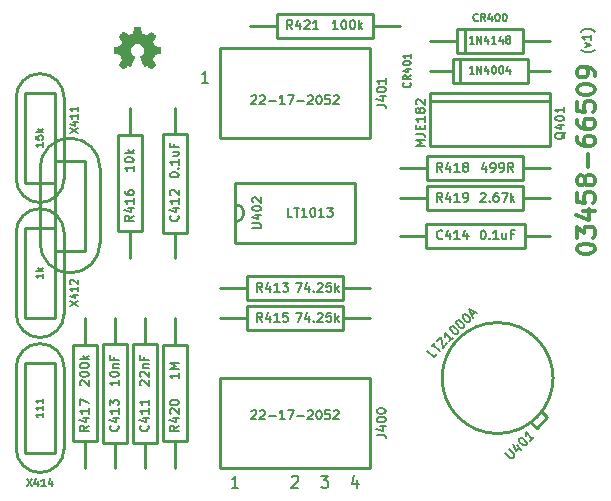
<source format=gto>
G04 (created by PCBNEW (22-Jun-2014 BZR 4027)-stable) date Sun 17 Dec 2017 02:55:52 AM CST*
%MOIN*%
G04 Gerber Fmt 3.4, Leading zero omitted, Abs format*
%FSLAX34Y34*%
G01*
G70*
G90*
G04 APERTURE LIST*
%ADD10C,0.00590551*%
%ADD11C,0.006*%
%ADD12C,0.012*%
%ADD13C,0.008*%
%ADD14C,0.01*%
%ADD15C,0.0001*%
%ADD16C,0.005*%
G04 APERTURE END LIST*
G54D10*
G54D11*
X91485Y-48299D02*
X91471Y-48314D01*
X91428Y-48342D01*
X91400Y-48357D01*
X91357Y-48371D01*
X91285Y-48385D01*
X91228Y-48385D01*
X91157Y-48371D01*
X91114Y-48357D01*
X91085Y-48342D01*
X91042Y-48314D01*
X91028Y-48299D01*
X91171Y-48214D02*
X91371Y-48142D01*
X91171Y-48071D01*
X91371Y-47800D02*
X91371Y-47971D01*
X91371Y-47885D02*
X91071Y-47885D01*
X91114Y-47914D01*
X91142Y-47942D01*
X91157Y-47971D01*
X91485Y-47700D02*
X91471Y-47685D01*
X91428Y-47657D01*
X91400Y-47642D01*
X91357Y-47628D01*
X91285Y-47614D01*
X91228Y-47614D01*
X91157Y-47628D01*
X91114Y-47642D01*
X91085Y-47657D01*
X91042Y-47685D01*
X91028Y-47700D01*
G54D12*
X90892Y-54971D02*
X90892Y-54914D01*
X90921Y-54857D01*
X90950Y-54828D01*
X91007Y-54800D01*
X91121Y-54771D01*
X91264Y-54771D01*
X91378Y-54800D01*
X91435Y-54828D01*
X91464Y-54857D01*
X91492Y-54914D01*
X91492Y-54971D01*
X91464Y-55028D01*
X91435Y-55057D01*
X91378Y-55085D01*
X91264Y-55114D01*
X91121Y-55114D01*
X91007Y-55085D01*
X90950Y-55057D01*
X90921Y-55028D01*
X90892Y-54971D01*
X90892Y-54571D02*
X90892Y-54200D01*
X91121Y-54400D01*
X91121Y-54314D01*
X91150Y-54257D01*
X91178Y-54228D01*
X91235Y-54200D01*
X91378Y-54200D01*
X91435Y-54228D01*
X91464Y-54257D01*
X91492Y-54314D01*
X91492Y-54485D01*
X91464Y-54542D01*
X91435Y-54571D01*
X91092Y-53685D02*
X91492Y-53685D01*
X90864Y-53828D02*
X91292Y-53971D01*
X91292Y-53600D01*
X90892Y-53085D02*
X90892Y-53371D01*
X91178Y-53400D01*
X91150Y-53371D01*
X91121Y-53314D01*
X91121Y-53171D01*
X91150Y-53114D01*
X91178Y-53085D01*
X91235Y-53057D01*
X91378Y-53057D01*
X91435Y-53085D01*
X91464Y-53114D01*
X91492Y-53171D01*
X91492Y-53314D01*
X91464Y-53371D01*
X91435Y-53400D01*
X91150Y-52714D02*
X91121Y-52771D01*
X91092Y-52800D01*
X91035Y-52828D01*
X91007Y-52828D01*
X90950Y-52800D01*
X90921Y-52771D01*
X90892Y-52714D01*
X90892Y-52600D01*
X90921Y-52542D01*
X90950Y-52514D01*
X91007Y-52485D01*
X91035Y-52485D01*
X91092Y-52514D01*
X91121Y-52542D01*
X91150Y-52600D01*
X91150Y-52714D01*
X91178Y-52771D01*
X91207Y-52800D01*
X91264Y-52828D01*
X91378Y-52828D01*
X91435Y-52800D01*
X91464Y-52771D01*
X91492Y-52714D01*
X91492Y-52600D01*
X91464Y-52542D01*
X91435Y-52514D01*
X91378Y-52485D01*
X91264Y-52485D01*
X91207Y-52514D01*
X91178Y-52542D01*
X91150Y-52600D01*
X91264Y-52228D02*
X91264Y-51771D01*
X90892Y-51228D02*
X90892Y-51342D01*
X90921Y-51400D01*
X90950Y-51428D01*
X91035Y-51485D01*
X91150Y-51514D01*
X91378Y-51514D01*
X91435Y-51485D01*
X91464Y-51457D01*
X91492Y-51400D01*
X91492Y-51285D01*
X91464Y-51228D01*
X91435Y-51200D01*
X91378Y-51171D01*
X91235Y-51171D01*
X91178Y-51200D01*
X91150Y-51228D01*
X91121Y-51285D01*
X91121Y-51400D01*
X91150Y-51457D01*
X91178Y-51485D01*
X91235Y-51514D01*
X90892Y-50657D02*
X90892Y-50771D01*
X90921Y-50828D01*
X90950Y-50857D01*
X91035Y-50914D01*
X91150Y-50942D01*
X91378Y-50942D01*
X91435Y-50914D01*
X91464Y-50885D01*
X91492Y-50828D01*
X91492Y-50714D01*
X91464Y-50657D01*
X91435Y-50628D01*
X91378Y-50599D01*
X91235Y-50599D01*
X91178Y-50628D01*
X91150Y-50657D01*
X91121Y-50714D01*
X91121Y-50828D01*
X91150Y-50885D01*
X91178Y-50914D01*
X91235Y-50942D01*
X90892Y-50057D02*
X90892Y-50342D01*
X91178Y-50371D01*
X91150Y-50342D01*
X91121Y-50285D01*
X91121Y-50142D01*
X91150Y-50085D01*
X91178Y-50057D01*
X91235Y-50028D01*
X91378Y-50028D01*
X91435Y-50057D01*
X91464Y-50085D01*
X91492Y-50142D01*
X91492Y-50285D01*
X91464Y-50342D01*
X91435Y-50371D01*
X90892Y-49657D02*
X90892Y-49599D01*
X90921Y-49542D01*
X90950Y-49514D01*
X91007Y-49485D01*
X91121Y-49457D01*
X91264Y-49457D01*
X91378Y-49485D01*
X91435Y-49514D01*
X91464Y-49542D01*
X91492Y-49599D01*
X91492Y-49657D01*
X91464Y-49714D01*
X91435Y-49742D01*
X91378Y-49771D01*
X91264Y-49799D01*
X91121Y-49799D01*
X91007Y-49771D01*
X90950Y-49742D01*
X90921Y-49714D01*
X90892Y-49657D01*
X91492Y-49171D02*
X91492Y-49057D01*
X91464Y-48999D01*
X91435Y-48971D01*
X91350Y-48914D01*
X91235Y-48885D01*
X91007Y-48885D01*
X90950Y-48914D01*
X90921Y-48942D01*
X90892Y-48999D01*
X90892Y-49114D01*
X90921Y-49171D01*
X90950Y-49199D01*
X91007Y-49228D01*
X91150Y-49228D01*
X91207Y-49199D01*
X91235Y-49171D01*
X91264Y-49114D01*
X91264Y-48999D01*
X91235Y-48942D01*
X91207Y-48914D01*
X91150Y-48885D01*
G54D13*
X78614Y-49411D02*
X78385Y-49411D01*
X78500Y-49411D02*
X78500Y-49011D01*
X78461Y-49069D01*
X78423Y-49107D01*
X78385Y-49126D01*
X83576Y-62645D02*
X83576Y-62911D01*
X83480Y-62492D02*
X83385Y-62778D01*
X83633Y-62778D01*
X82366Y-62511D02*
X82614Y-62511D01*
X82480Y-62664D01*
X82538Y-62664D01*
X82576Y-62683D01*
X82595Y-62702D01*
X82614Y-62740D01*
X82614Y-62835D01*
X82595Y-62873D01*
X82576Y-62892D01*
X82538Y-62911D01*
X82423Y-62911D01*
X82385Y-62892D01*
X82366Y-62873D01*
X81385Y-62550D02*
X81404Y-62530D01*
X81442Y-62511D01*
X81538Y-62511D01*
X81576Y-62530D01*
X81595Y-62550D01*
X81614Y-62588D01*
X81614Y-62626D01*
X81595Y-62683D01*
X81366Y-62911D01*
X81614Y-62911D01*
X79614Y-62911D02*
X79385Y-62911D01*
X79500Y-62911D02*
X79500Y-62511D01*
X79461Y-62569D01*
X79423Y-62607D01*
X79385Y-62626D01*
G54D14*
X90100Y-59250D02*
G75*
G03X90100Y-59250I-1850J0D01*
G74*
G01*
X89558Y-60911D02*
X89381Y-60734D01*
X89911Y-60558D02*
X89734Y-60381D01*
X89911Y-60558D02*
X89558Y-60911D01*
X86000Y-50000D02*
X86000Y-49750D01*
X86000Y-49750D02*
X90000Y-49750D01*
X90000Y-49750D02*
X90000Y-50000D01*
X86000Y-51500D02*
X86000Y-50000D01*
X86000Y-50000D02*
X90000Y-50000D01*
X90000Y-50000D02*
X90000Y-51500D01*
X90000Y-51500D02*
X86000Y-51500D01*
X73800Y-49900D02*
X73800Y-52600D01*
X72200Y-52600D02*
X72200Y-49900D01*
X72200Y-52600D02*
G75*
G03X73000Y-53400I800J0D01*
G74*
G01*
X73000Y-53400D02*
G75*
G03X73800Y-52600I0J800D01*
G74*
G01*
X73000Y-49100D02*
G75*
G03X72200Y-49900I0J-800D01*
G74*
G01*
X73800Y-49900D02*
G75*
G03X73000Y-49100I-800J0D01*
G74*
G01*
X72500Y-52750D02*
X72500Y-49750D01*
X72500Y-49750D02*
X73500Y-49750D01*
X73500Y-49750D02*
X73500Y-52750D01*
X73500Y-52750D02*
X72500Y-52750D01*
X72200Y-57100D02*
X72200Y-54400D01*
X73800Y-54400D02*
X73800Y-57100D01*
X73800Y-54400D02*
G75*
G03X73000Y-53600I-800J0D01*
G74*
G01*
X73000Y-53600D02*
G75*
G03X72200Y-54400I0J-800D01*
G74*
G01*
X73000Y-57900D02*
G75*
G03X73800Y-57100I0J800D01*
G74*
G01*
X72200Y-57100D02*
G75*
G03X73000Y-57900I800J0D01*
G74*
G01*
X73500Y-54250D02*
X73500Y-57250D01*
X73500Y-57250D02*
X72500Y-57250D01*
X72500Y-57250D02*
X72500Y-54250D01*
X72500Y-54250D02*
X73500Y-54250D01*
X73800Y-58900D02*
X73800Y-61600D01*
X72200Y-61600D02*
X72200Y-58900D01*
X72200Y-61600D02*
G75*
G03X73000Y-62400I800J0D01*
G74*
G01*
X73000Y-62400D02*
G75*
G03X73800Y-61600I0J800D01*
G74*
G01*
X73000Y-58100D02*
G75*
G03X72200Y-58900I0J-800D01*
G74*
G01*
X73800Y-58900D02*
G75*
G03X73000Y-58100I-800J0D01*
G74*
G01*
X72500Y-61750D02*
X72500Y-58750D01*
X72500Y-58750D02*
X73500Y-58750D01*
X73500Y-58750D02*
X73500Y-61750D01*
X73500Y-61750D02*
X72500Y-61750D01*
X79800Y-53750D02*
G75*
G03X79500Y-53450I-300J0D01*
G74*
G01*
X79500Y-54050D02*
G75*
G03X79800Y-53750I0J300D01*
G74*
G01*
X79500Y-52750D02*
X83500Y-52750D01*
X83500Y-52750D02*
X83500Y-54750D01*
X83500Y-54750D02*
X79500Y-54750D01*
X79500Y-54750D02*
X79500Y-52750D01*
X79000Y-59250D02*
X84000Y-59250D01*
X84000Y-59250D02*
X84000Y-62250D01*
X84000Y-62250D02*
X79000Y-62250D01*
X79000Y-62250D02*
X79000Y-59250D01*
X84000Y-51250D02*
X79000Y-51250D01*
X79000Y-51250D02*
X79000Y-48250D01*
X79000Y-48250D02*
X84000Y-48250D01*
X84000Y-48250D02*
X84000Y-51250D01*
X86500Y-48000D02*
X86000Y-48000D01*
X89500Y-48000D02*
X90000Y-48000D01*
X89100Y-48000D02*
X89500Y-48000D01*
X86900Y-48000D02*
X86500Y-48000D01*
X89100Y-47600D02*
X86900Y-47600D01*
X86900Y-48400D02*
X89100Y-48400D01*
X87150Y-48400D02*
X87150Y-47600D01*
X86900Y-48000D02*
X86900Y-48400D01*
X89100Y-48400D02*
X89100Y-48000D01*
X89100Y-48000D02*
X89100Y-47600D01*
X86900Y-47600D02*
X86900Y-48000D01*
X90000Y-49000D02*
X89250Y-49000D01*
X86750Y-49000D02*
X86000Y-49000D01*
X87000Y-49400D02*
X87000Y-48600D01*
X89250Y-48600D02*
X86750Y-48600D01*
X89250Y-49400D02*
X89250Y-48600D01*
X86750Y-49400D02*
X86750Y-48600D01*
X89250Y-49400D02*
X86750Y-49400D01*
X85500Y-52250D02*
X85000Y-52250D01*
X89500Y-52250D02*
X90000Y-52250D01*
X85500Y-52250D02*
X85900Y-52250D01*
X85900Y-52250D02*
X85900Y-51850D01*
X85900Y-51850D02*
X89100Y-51850D01*
X89100Y-51850D02*
X89100Y-52650D01*
X89100Y-52650D02*
X85900Y-52650D01*
X85900Y-52650D02*
X85900Y-52250D01*
X89500Y-52250D02*
X89100Y-52250D01*
X85500Y-53250D02*
X85000Y-53250D01*
X89500Y-53250D02*
X90000Y-53250D01*
X85500Y-53250D02*
X85900Y-53250D01*
X85900Y-53250D02*
X85900Y-52850D01*
X85900Y-52850D02*
X89100Y-52850D01*
X89100Y-52850D02*
X89100Y-53650D01*
X89100Y-53650D02*
X85900Y-53650D01*
X85900Y-53650D02*
X85900Y-53250D01*
X89500Y-53250D02*
X89100Y-53250D01*
X85000Y-54500D02*
X85850Y-54500D01*
X89150Y-54500D02*
X90000Y-54500D01*
X89150Y-54900D02*
X85850Y-54900D01*
X85850Y-54900D02*
X85850Y-54100D01*
X85850Y-54100D02*
X89150Y-54100D01*
X89150Y-54100D02*
X89150Y-54900D01*
X83500Y-56250D02*
X84000Y-56250D01*
X79500Y-56250D02*
X79000Y-56250D01*
X83500Y-56250D02*
X83100Y-56250D01*
X83100Y-56250D02*
X83100Y-56650D01*
X83100Y-56650D02*
X79900Y-56650D01*
X79900Y-56650D02*
X79900Y-55850D01*
X79900Y-55850D02*
X83100Y-55850D01*
X83100Y-55850D02*
X83100Y-56250D01*
X79500Y-56250D02*
X79900Y-56250D01*
X83500Y-57250D02*
X84000Y-57250D01*
X79500Y-57250D02*
X79000Y-57250D01*
X83500Y-57250D02*
X83100Y-57250D01*
X83100Y-57250D02*
X83100Y-57650D01*
X83100Y-57650D02*
X79900Y-57650D01*
X79900Y-57650D02*
X79900Y-56850D01*
X79900Y-56850D02*
X83100Y-56850D01*
X83100Y-56850D02*
X83100Y-57250D01*
X79500Y-57250D02*
X79900Y-57250D01*
X84500Y-47500D02*
X85000Y-47500D01*
X80500Y-47500D02*
X80000Y-47500D01*
X84500Y-47500D02*
X84100Y-47500D01*
X84100Y-47500D02*
X84100Y-47900D01*
X84100Y-47900D02*
X80900Y-47900D01*
X80900Y-47900D02*
X80900Y-47100D01*
X80900Y-47100D02*
X84100Y-47100D01*
X84100Y-47100D02*
X84100Y-47500D01*
X80500Y-47500D02*
X80900Y-47500D01*
X77500Y-55250D02*
X77500Y-54400D01*
X77500Y-51100D02*
X77500Y-50250D01*
X77900Y-51100D02*
X77900Y-54400D01*
X77900Y-54400D02*
X77100Y-54400D01*
X77100Y-54400D02*
X77100Y-51100D01*
X77100Y-51100D02*
X77900Y-51100D01*
X76000Y-54750D02*
X76000Y-55250D01*
X76000Y-50750D02*
X76000Y-50250D01*
X76000Y-54750D02*
X76000Y-54350D01*
X76000Y-54350D02*
X75600Y-54350D01*
X75600Y-54350D02*
X75600Y-51150D01*
X75600Y-51150D02*
X76400Y-51150D01*
X76400Y-51150D02*
X76400Y-54350D01*
X76400Y-54350D02*
X76000Y-54350D01*
X76000Y-50750D02*
X76000Y-51150D01*
X77500Y-57750D02*
X77500Y-57250D01*
X77500Y-61750D02*
X77500Y-62250D01*
X77500Y-57750D02*
X77500Y-58150D01*
X77500Y-58150D02*
X77900Y-58150D01*
X77900Y-58150D02*
X77900Y-61350D01*
X77900Y-61350D02*
X77100Y-61350D01*
X77100Y-61350D02*
X77100Y-58150D01*
X77100Y-58150D02*
X77500Y-58150D01*
X77500Y-61750D02*
X77500Y-61350D01*
X76500Y-62250D02*
X76500Y-61400D01*
X76500Y-58100D02*
X76500Y-57250D01*
X76900Y-58100D02*
X76900Y-61400D01*
X76900Y-61400D02*
X76100Y-61400D01*
X76100Y-61400D02*
X76100Y-58100D01*
X76100Y-58100D02*
X76900Y-58100D01*
X75500Y-62250D02*
X75500Y-61400D01*
X75500Y-58100D02*
X75500Y-57250D01*
X75900Y-58100D02*
X75900Y-61400D01*
X75900Y-61400D02*
X75100Y-61400D01*
X75100Y-61400D02*
X75100Y-58100D01*
X75100Y-58100D02*
X75900Y-58100D01*
X74500Y-61750D02*
X74500Y-62250D01*
X74500Y-57750D02*
X74500Y-57250D01*
X74500Y-61750D02*
X74500Y-61350D01*
X74500Y-61350D02*
X74100Y-61350D01*
X74100Y-61350D02*
X74100Y-58150D01*
X74100Y-58150D02*
X74900Y-58150D01*
X74900Y-58150D02*
X74900Y-61350D01*
X74900Y-61350D02*
X74500Y-61350D01*
X74500Y-57750D02*
X74500Y-58150D01*
X74500Y-52000D02*
X74500Y-55000D01*
X74500Y-55000D02*
X73500Y-55000D01*
X73500Y-55000D02*
X73500Y-52000D01*
X73500Y-52000D02*
X74500Y-52000D01*
X73000Y-52250D02*
X73000Y-54750D01*
X75000Y-52250D02*
X75000Y-54750D01*
X73000Y-54750D02*
G75*
G03X74000Y-55750I1000J0D01*
G74*
G01*
X74000Y-55750D02*
G75*
G03X75000Y-54750I0J1000D01*
G74*
G01*
X75000Y-52250D02*
G75*
G03X74000Y-51250I-1000J0D01*
G74*
G01*
X74000Y-51250D02*
G75*
G03X73000Y-52250I0J-1000D01*
G74*
G01*
G54D15*
G36*
X75773Y-48957D02*
X75781Y-48953D01*
X75800Y-48941D01*
X75826Y-48924D01*
X75857Y-48903D01*
X75888Y-48882D01*
X75914Y-48865D01*
X75932Y-48853D01*
X75939Y-48849D01*
X75943Y-48850D01*
X75958Y-48858D01*
X75980Y-48869D01*
X75992Y-48875D01*
X76012Y-48884D01*
X76022Y-48886D01*
X76023Y-48883D01*
X76031Y-48868D01*
X76042Y-48842D01*
X76057Y-48808D01*
X76074Y-48768D01*
X76092Y-48725D01*
X76110Y-48681D01*
X76128Y-48639D01*
X76143Y-48601D01*
X76156Y-48571D01*
X76164Y-48549D01*
X76167Y-48540D01*
X76166Y-48538D01*
X76156Y-48529D01*
X76139Y-48516D01*
X76101Y-48485D01*
X76065Y-48439D01*
X76042Y-48387D01*
X76035Y-48329D01*
X76041Y-48276D01*
X76062Y-48225D01*
X76098Y-48178D01*
X76142Y-48144D01*
X76193Y-48122D01*
X76250Y-48115D01*
X76305Y-48121D01*
X76357Y-48142D01*
X76404Y-48177D01*
X76423Y-48200D01*
X76450Y-48247D01*
X76466Y-48297D01*
X76467Y-48309D01*
X76465Y-48365D01*
X76449Y-48418D01*
X76420Y-48465D01*
X76379Y-48504D01*
X76374Y-48508D01*
X76355Y-48522D01*
X76343Y-48531D01*
X76333Y-48539D01*
X76403Y-48709D01*
X76414Y-48736D01*
X76434Y-48782D01*
X76451Y-48822D01*
X76464Y-48854D01*
X76474Y-48875D01*
X76478Y-48884D01*
X76478Y-48884D01*
X76484Y-48885D01*
X76497Y-48880D01*
X76521Y-48869D01*
X76537Y-48861D01*
X76555Y-48852D01*
X76563Y-48849D01*
X76570Y-48853D01*
X76587Y-48864D01*
X76612Y-48881D01*
X76642Y-48901D01*
X76671Y-48921D01*
X76698Y-48939D01*
X76717Y-48951D01*
X76727Y-48956D01*
X76728Y-48956D01*
X76736Y-48951D01*
X76752Y-48939D01*
X76775Y-48917D01*
X76807Y-48885D01*
X76812Y-48880D01*
X76839Y-48852D01*
X76861Y-48829D01*
X76876Y-48813D01*
X76881Y-48806D01*
X76881Y-48806D01*
X76876Y-48796D01*
X76864Y-48777D01*
X76846Y-48750D01*
X76825Y-48719D01*
X76769Y-48637D01*
X76800Y-48560D01*
X76809Y-48537D01*
X76821Y-48508D01*
X76830Y-48488D01*
X76835Y-48479D01*
X76843Y-48476D01*
X76864Y-48471D01*
X76895Y-48464D01*
X76931Y-48458D01*
X76966Y-48451D01*
X76997Y-48445D01*
X77020Y-48441D01*
X77030Y-48439D01*
X77032Y-48437D01*
X77034Y-48432D01*
X77036Y-48422D01*
X77036Y-48403D01*
X77037Y-48373D01*
X77037Y-48329D01*
X77037Y-48325D01*
X77036Y-48283D01*
X77036Y-48250D01*
X77035Y-48229D01*
X77033Y-48221D01*
X77033Y-48221D01*
X77023Y-48218D01*
X77001Y-48214D01*
X76970Y-48207D01*
X76932Y-48200D01*
X76930Y-48200D01*
X76893Y-48193D01*
X76862Y-48186D01*
X76840Y-48181D01*
X76831Y-48178D01*
X76829Y-48176D01*
X76821Y-48161D01*
X76810Y-48138D01*
X76798Y-48110D01*
X76786Y-48081D01*
X76775Y-48054D01*
X76768Y-48035D01*
X76766Y-48026D01*
X76766Y-48026D01*
X76772Y-48017D01*
X76785Y-47997D01*
X76803Y-47971D01*
X76825Y-47939D01*
X76826Y-47936D01*
X76848Y-47905D01*
X76865Y-47878D01*
X76877Y-47859D01*
X76881Y-47851D01*
X76881Y-47850D01*
X76874Y-47841D01*
X76858Y-47823D01*
X76835Y-47799D01*
X76807Y-47771D01*
X76798Y-47763D01*
X76768Y-47733D01*
X76747Y-47713D01*
X76733Y-47703D01*
X76727Y-47700D01*
X76727Y-47701D01*
X76717Y-47706D01*
X76697Y-47719D01*
X76670Y-47738D01*
X76638Y-47759D01*
X76636Y-47761D01*
X76605Y-47782D01*
X76579Y-47800D01*
X76560Y-47812D01*
X76552Y-47817D01*
X76550Y-47817D01*
X76538Y-47813D01*
X76515Y-47806D01*
X76488Y-47795D01*
X76459Y-47783D01*
X76432Y-47772D01*
X76412Y-47763D01*
X76403Y-47758D01*
X76403Y-47757D01*
X76399Y-47746D01*
X76394Y-47722D01*
X76387Y-47690D01*
X76380Y-47651D01*
X76379Y-47645D01*
X76372Y-47608D01*
X76366Y-47577D01*
X76361Y-47555D01*
X76359Y-47546D01*
X76354Y-47545D01*
X76335Y-47544D01*
X76307Y-47543D01*
X76273Y-47543D01*
X76238Y-47543D01*
X76204Y-47544D01*
X76174Y-47545D01*
X76153Y-47546D01*
X76144Y-47548D01*
X76143Y-47549D01*
X76140Y-47560D01*
X76135Y-47584D01*
X76128Y-47616D01*
X76121Y-47655D01*
X76120Y-47662D01*
X76113Y-47699D01*
X76106Y-47730D01*
X76102Y-47751D01*
X76099Y-47759D01*
X76096Y-47761D01*
X76081Y-47768D01*
X76056Y-47778D01*
X76024Y-47791D01*
X75952Y-47820D01*
X75864Y-47759D01*
X75856Y-47754D01*
X75824Y-47732D01*
X75798Y-47715D01*
X75780Y-47703D01*
X75772Y-47699D01*
X75772Y-47699D01*
X75763Y-47707D01*
X75745Y-47723D01*
X75721Y-47747D01*
X75694Y-47774D01*
X75673Y-47795D01*
X75649Y-47820D01*
X75633Y-47836D01*
X75625Y-47847D01*
X75622Y-47854D01*
X75623Y-47858D01*
X75628Y-47867D01*
X75641Y-47886D01*
X75659Y-47913D01*
X75681Y-47944D01*
X75699Y-47971D01*
X75718Y-48000D01*
X75730Y-48021D01*
X75735Y-48032D01*
X75734Y-48036D01*
X75727Y-48053D01*
X75717Y-48080D01*
X75704Y-48111D01*
X75673Y-48181D01*
X75627Y-48189D01*
X75599Y-48195D01*
X75560Y-48202D01*
X75523Y-48209D01*
X75465Y-48221D01*
X75463Y-48433D01*
X75472Y-48437D01*
X75481Y-48440D01*
X75502Y-48444D01*
X75533Y-48450D01*
X75569Y-48457D01*
X75600Y-48463D01*
X75631Y-48469D01*
X75653Y-48473D01*
X75663Y-48475D01*
X75666Y-48479D01*
X75674Y-48494D01*
X75685Y-48518D01*
X75697Y-48547D01*
X75709Y-48576D01*
X75720Y-48604D01*
X75728Y-48625D01*
X75731Y-48636D01*
X75727Y-48644D01*
X75715Y-48662D01*
X75698Y-48688D01*
X75677Y-48719D01*
X75655Y-48750D01*
X75638Y-48777D01*
X75625Y-48796D01*
X75620Y-48804D01*
X75623Y-48810D01*
X75635Y-48825D01*
X75658Y-48849D01*
X75693Y-48884D01*
X75699Y-48889D01*
X75726Y-48916D01*
X75750Y-48937D01*
X75766Y-48952D01*
X75773Y-48957D01*
X75773Y-48957D01*
G37*
G54D11*
X88510Y-61737D02*
X88681Y-61909D01*
X88712Y-61919D01*
X88732Y-61919D01*
X88762Y-61909D01*
X88803Y-61868D01*
X88813Y-61838D01*
X88813Y-61818D01*
X88803Y-61787D01*
X88631Y-61616D01*
X88893Y-61494D02*
X89035Y-61636D01*
X88762Y-61464D02*
X88863Y-61666D01*
X88994Y-61535D01*
X88974Y-61272D02*
X88994Y-61252D01*
X89025Y-61242D01*
X89045Y-61242D01*
X89075Y-61252D01*
X89126Y-61282D01*
X89176Y-61333D01*
X89207Y-61383D01*
X89217Y-61414D01*
X89217Y-61434D01*
X89207Y-61464D01*
X89186Y-61484D01*
X89156Y-61494D01*
X89136Y-61494D01*
X89106Y-61484D01*
X89055Y-61454D01*
X89005Y-61404D01*
X88974Y-61353D01*
X88964Y-61323D01*
X88964Y-61303D01*
X88974Y-61272D01*
X89459Y-61212D02*
X89338Y-61333D01*
X89399Y-61272D02*
X89186Y-61060D01*
X89196Y-61111D01*
X89196Y-61151D01*
X89186Y-61181D01*
X86224Y-58447D02*
X86123Y-58548D01*
X85911Y-58335D01*
X86052Y-58194D02*
X86174Y-58073D01*
X86325Y-58345D02*
X86113Y-58133D01*
X86224Y-58022D02*
X86366Y-57881D01*
X86436Y-58234D01*
X86578Y-58093D01*
X86770Y-57901D02*
X86648Y-58022D01*
X86709Y-57962D02*
X86497Y-57750D01*
X86507Y-57800D01*
X86507Y-57840D01*
X86497Y-57871D01*
X86689Y-57558D02*
X86709Y-57537D01*
X86739Y-57527D01*
X86760Y-57527D01*
X86790Y-57537D01*
X86840Y-57568D01*
X86891Y-57618D01*
X86921Y-57669D01*
X86931Y-57699D01*
X86931Y-57719D01*
X86921Y-57750D01*
X86901Y-57770D01*
X86871Y-57780D01*
X86851Y-57780D01*
X86820Y-57770D01*
X86770Y-57739D01*
X86719Y-57689D01*
X86689Y-57638D01*
X86679Y-57608D01*
X86679Y-57588D01*
X86689Y-57558D01*
X86891Y-57356D02*
X86911Y-57335D01*
X86941Y-57325D01*
X86962Y-57325D01*
X86992Y-57335D01*
X87042Y-57366D01*
X87093Y-57416D01*
X87123Y-57467D01*
X87133Y-57497D01*
X87133Y-57517D01*
X87123Y-57547D01*
X87103Y-57568D01*
X87073Y-57578D01*
X87053Y-57578D01*
X87022Y-57568D01*
X86972Y-57537D01*
X86921Y-57487D01*
X86891Y-57436D01*
X86881Y-57406D01*
X86881Y-57386D01*
X86891Y-57356D01*
X87093Y-57154D02*
X87113Y-57133D01*
X87143Y-57123D01*
X87164Y-57123D01*
X87194Y-57133D01*
X87244Y-57164D01*
X87295Y-57214D01*
X87325Y-57265D01*
X87335Y-57295D01*
X87335Y-57315D01*
X87325Y-57345D01*
X87305Y-57366D01*
X87275Y-57376D01*
X87255Y-57376D01*
X87224Y-57366D01*
X87174Y-57335D01*
X87123Y-57285D01*
X87093Y-57234D01*
X87083Y-57204D01*
X87083Y-57184D01*
X87093Y-57154D01*
X87396Y-57154D02*
X87497Y-57052D01*
X87436Y-57234D02*
X87295Y-56951D01*
X87578Y-57093D01*
X90500Y-51064D02*
X90485Y-51092D01*
X90457Y-51121D01*
X90414Y-51164D01*
X90400Y-51192D01*
X90400Y-51221D01*
X90471Y-51207D02*
X90457Y-51235D01*
X90428Y-51264D01*
X90371Y-51278D01*
X90271Y-51278D01*
X90214Y-51264D01*
X90185Y-51235D01*
X90171Y-51207D01*
X90171Y-51150D01*
X90185Y-51121D01*
X90214Y-51092D01*
X90271Y-51078D01*
X90371Y-51078D01*
X90428Y-51092D01*
X90457Y-51121D01*
X90471Y-51150D01*
X90471Y-51207D01*
X90271Y-50821D02*
X90471Y-50821D01*
X90157Y-50892D02*
X90371Y-50964D01*
X90371Y-50778D01*
X90171Y-50607D02*
X90171Y-50578D01*
X90185Y-50550D01*
X90200Y-50535D01*
X90228Y-50521D01*
X90285Y-50507D01*
X90357Y-50507D01*
X90414Y-50521D01*
X90442Y-50535D01*
X90457Y-50550D01*
X90471Y-50578D01*
X90471Y-50607D01*
X90457Y-50635D01*
X90442Y-50650D01*
X90414Y-50664D01*
X90357Y-50678D01*
X90285Y-50678D01*
X90228Y-50664D01*
X90200Y-50650D01*
X90185Y-50635D01*
X90171Y-50607D01*
X90471Y-50221D02*
X90471Y-50392D01*
X90471Y-50307D02*
X90171Y-50307D01*
X90214Y-50335D01*
X90242Y-50364D01*
X90257Y-50392D01*
X85821Y-51528D02*
X85521Y-51528D01*
X85735Y-51428D01*
X85521Y-51328D01*
X85821Y-51328D01*
X85521Y-51099D02*
X85735Y-51099D01*
X85778Y-51114D01*
X85807Y-51142D01*
X85821Y-51185D01*
X85821Y-51214D01*
X85664Y-50957D02*
X85664Y-50857D01*
X85821Y-50814D02*
X85821Y-50957D01*
X85521Y-50957D01*
X85521Y-50814D01*
X85821Y-50528D02*
X85821Y-50699D01*
X85821Y-50614D02*
X85521Y-50614D01*
X85564Y-50642D01*
X85592Y-50671D01*
X85607Y-50699D01*
X85650Y-50357D02*
X85635Y-50385D01*
X85621Y-50399D01*
X85592Y-50414D01*
X85578Y-50414D01*
X85550Y-50399D01*
X85535Y-50385D01*
X85521Y-50357D01*
X85521Y-50299D01*
X85535Y-50271D01*
X85550Y-50257D01*
X85578Y-50242D01*
X85592Y-50242D01*
X85621Y-50257D01*
X85635Y-50271D01*
X85650Y-50299D01*
X85650Y-50357D01*
X85664Y-50385D01*
X85678Y-50399D01*
X85707Y-50414D01*
X85764Y-50414D01*
X85792Y-50399D01*
X85807Y-50385D01*
X85821Y-50357D01*
X85821Y-50299D01*
X85807Y-50271D01*
X85792Y-50257D01*
X85764Y-50242D01*
X85707Y-50242D01*
X85678Y-50257D01*
X85664Y-50271D01*
X85650Y-50299D01*
X85550Y-50128D02*
X85535Y-50114D01*
X85521Y-50085D01*
X85521Y-50014D01*
X85535Y-49985D01*
X85550Y-49971D01*
X85578Y-49957D01*
X85607Y-49957D01*
X85650Y-49971D01*
X85821Y-50142D01*
X85821Y-49957D01*
G54D16*
X74001Y-51090D02*
X74251Y-50923D01*
X74001Y-50923D02*
X74251Y-51090D01*
X74084Y-50721D02*
X74251Y-50721D01*
X73989Y-50780D02*
X74167Y-50840D01*
X74167Y-50685D01*
X74251Y-50459D02*
X74251Y-50602D01*
X74251Y-50530D02*
X74001Y-50530D01*
X74036Y-50554D01*
X74060Y-50578D01*
X74072Y-50602D01*
X74251Y-50221D02*
X74251Y-50364D01*
X74251Y-50292D02*
X74001Y-50292D01*
X74036Y-50316D01*
X74060Y-50340D01*
X74072Y-50364D01*
X73101Y-51398D02*
X73101Y-51541D01*
X73101Y-51470D02*
X72851Y-51470D01*
X72886Y-51494D01*
X72910Y-51517D01*
X72922Y-51541D01*
X72851Y-51172D02*
X72851Y-51291D01*
X72970Y-51303D01*
X72958Y-51291D01*
X72946Y-51267D01*
X72946Y-51208D01*
X72958Y-51184D01*
X72970Y-51172D01*
X72994Y-51160D01*
X73053Y-51160D01*
X73077Y-51172D01*
X73089Y-51184D01*
X73101Y-51208D01*
X73101Y-51267D01*
X73089Y-51291D01*
X73077Y-51303D01*
X73101Y-51053D02*
X72851Y-51053D01*
X73005Y-51029D02*
X73101Y-50958D01*
X72934Y-50958D02*
X73029Y-51053D01*
X74001Y-56840D02*
X74251Y-56673D01*
X74001Y-56673D02*
X74251Y-56840D01*
X74084Y-56471D02*
X74251Y-56471D01*
X73989Y-56530D02*
X74167Y-56590D01*
X74167Y-56435D01*
X74251Y-56209D02*
X74251Y-56352D01*
X74251Y-56280D02*
X74001Y-56280D01*
X74036Y-56304D01*
X74060Y-56328D01*
X74072Y-56352D01*
X74025Y-56114D02*
X74013Y-56102D01*
X74001Y-56078D01*
X74001Y-56019D01*
X74013Y-55995D01*
X74025Y-55983D01*
X74048Y-55971D01*
X74072Y-55971D01*
X74108Y-55983D01*
X74251Y-56126D01*
X74251Y-55971D01*
X73101Y-55779D02*
X73101Y-55922D01*
X73101Y-55851D02*
X72851Y-55851D01*
X72886Y-55875D01*
X72910Y-55898D01*
X72922Y-55922D01*
X73101Y-55672D02*
X72851Y-55672D01*
X73005Y-55648D02*
X73101Y-55577D01*
X72934Y-55577D02*
X73029Y-55672D01*
X72559Y-62601D02*
X72726Y-62851D01*
X72726Y-62601D02*
X72559Y-62851D01*
X72928Y-62684D02*
X72928Y-62851D01*
X72869Y-62589D02*
X72809Y-62767D01*
X72964Y-62767D01*
X73190Y-62851D02*
X73047Y-62851D01*
X73119Y-62851D02*
X73119Y-62601D01*
X73095Y-62636D01*
X73071Y-62660D01*
X73047Y-62672D01*
X73404Y-62684D02*
X73404Y-62851D01*
X73345Y-62589D02*
X73285Y-62767D01*
X73440Y-62767D01*
X73101Y-60416D02*
X73101Y-60559D01*
X73101Y-60488D02*
X72851Y-60488D01*
X72886Y-60511D01*
X72910Y-60535D01*
X72922Y-60559D01*
X73101Y-60178D02*
X73101Y-60321D01*
X73101Y-60250D02*
X72851Y-60250D01*
X72886Y-60273D01*
X72910Y-60297D01*
X72922Y-60321D01*
X73101Y-59940D02*
X73101Y-60083D01*
X73101Y-60011D02*
X72851Y-60011D01*
X72886Y-60035D01*
X72910Y-60059D01*
X72922Y-60083D01*
G54D11*
X80071Y-54264D02*
X80314Y-54264D01*
X80342Y-54250D01*
X80357Y-54235D01*
X80371Y-54207D01*
X80371Y-54150D01*
X80357Y-54121D01*
X80342Y-54107D01*
X80314Y-54092D01*
X80071Y-54092D01*
X80171Y-53821D02*
X80371Y-53821D01*
X80057Y-53892D02*
X80271Y-53964D01*
X80271Y-53778D01*
X80071Y-53607D02*
X80071Y-53578D01*
X80085Y-53550D01*
X80100Y-53535D01*
X80128Y-53521D01*
X80185Y-53507D01*
X80257Y-53507D01*
X80314Y-53521D01*
X80342Y-53535D01*
X80357Y-53550D01*
X80371Y-53578D01*
X80371Y-53607D01*
X80357Y-53635D01*
X80342Y-53650D01*
X80314Y-53664D01*
X80257Y-53678D01*
X80185Y-53678D01*
X80128Y-53664D01*
X80100Y-53650D01*
X80085Y-53635D01*
X80071Y-53607D01*
X80100Y-53392D02*
X80085Y-53378D01*
X80071Y-53350D01*
X80071Y-53278D01*
X80085Y-53250D01*
X80100Y-53235D01*
X80128Y-53221D01*
X80157Y-53221D01*
X80200Y-53235D01*
X80371Y-53407D01*
X80371Y-53221D01*
X81407Y-53871D02*
X81264Y-53871D01*
X81264Y-53571D01*
X81464Y-53571D02*
X81635Y-53571D01*
X81550Y-53871D02*
X81550Y-53571D01*
X81892Y-53871D02*
X81721Y-53871D01*
X81807Y-53871D02*
X81807Y-53571D01*
X81778Y-53614D01*
X81750Y-53642D01*
X81721Y-53657D01*
X82078Y-53571D02*
X82107Y-53571D01*
X82135Y-53585D01*
X82150Y-53600D01*
X82164Y-53628D01*
X82178Y-53685D01*
X82178Y-53757D01*
X82164Y-53814D01*
X82150Y-53842D01*
X82135Y-53857D01*
X82107Y-53871D01*
X82078Y-53871D01*
X82050Y-53857D01*
X82035Y-53842D01*
X82021Y-53814D01*
X82007Y-53757D01*
X82007Y-53685D01*
X82021Y-53628D01*
X82035Y-53600D01*
X82050Y-53585D01*
X82078Y-53571D01*
X82464Y-53871D02*
X82292Y-53871D01*
X82378Y-53871D02*
X82378Y-53571D01*
X82350Y-53614D01*
X82321Y-53642D01*
X82292Y-53657D01*
X82564Y-53571D02*
X82749Y-53571D01*
X82649Y-53685D01*
X82692Y-53685D01*
X82721Y-53700D01*
X82735Y-53714D01*
X82749Y-53742D01*
X82749Y-53814D01*
X82735Y-53842D01*
X82721Y-53857D01*
X82692Y-53871D01*
X82607Y-53871D01*
X82578Y-53857D01*
X82564Y-53842D01*
X84221Y-61135D02*
X84435Y-61135D01*
X84478Y-61149D01*
X84507Y-61178D01*
X84521Y-61221D01*
X84521Y-61249D01*
X84321Y-60864D02*
X84521Y-60864D01*
X84207Y-60935D02*
X84421Y-61007D01*
X84421Y-60821D01*
X84221Y-60650D02*
X84221Y-60621D01*
X84235Y-60592D01*
X84250Y-60578D01*
X84278Y-60564D01*
X84335Y-60550D01*
X84407Y-60550D01*
X84464Y-60564D01*
X84492Y-60578D01*
X84507Y-60592D01*
X84521Y-60621D01*
X84521Y-60650D01*
X84507Y-60678D01*
X84492Y-60692D01*
X84464Y-60707D01*
X84407Y-60721D01*
X84335Y-60721D01*
X84278Y-60707D01*
X84250Y-60692D01*
X84235Y-60678D01*
X84221Y-60650D01*
X84221Y-60364D02*
X84221Y-60335D01*
X84235Y-60307D01*
X84250Y-60292D01*
X84278Y-60278D01*
X84335Y-60264D01*
X84407Y-60264D01*
X84464Y-60278D01*
X84492Y-60292D01*
X84507Y-60307D01*
X84521Y-60335D01*
X84521Y-60364D01*
X84507Y-60392D01*
X84492Y-60407D01*
X84464Y-60421D01*
X84407Y-60435D01*
X84335Y-60435D01*
X84278Y-60421D01*
X84250Y-60407D01*
X84235Y-60392D01*
X84221Y-60364D01*
X80042Y-60350D02*
X80057Y-60335D01*
X80085Y-60321D01*
X80157Y-60321D01*
X80185Y-60335D01*
X80200Y-60350D01*
X80214Y-60378D01*
X80214Y-60407D01*
X80200Y-60450D01*
X80028Y-60621D01*
X80214Y-60621D01*
X80328Y-60350D02*
X80342Y-60335D01*
X80371Y-60321D01*
X80442Y-60321D01*
X80471Y-60335D01*
X80485Y-60350D01*
X80500Y-60378D01*
X80500Y-60407D01*
X80485Y-60450D01*
X80314Y-60621D01*
X80500Y-60621D01*
X80628Y-60507D02*
X80857Y-60507D01*
X81157Y-60621D02*
X80985Y-60621D01*
X81071Y-60621D02*
X81071Y-60321D01*
X81042Y-60364D01*
X81014Y-60392D01*
X80985Y-60407D01*
X81257Y-60321D02*
X81457Y-60321D01*
X81328Y-60621D01*
X81571Y-60507D02*
X81800Y-60507D01*
X81928Y-60350D02*
X81942Y-60335D01*
X81971Y-60321D01*
X82042Y-60321D01*
X82071Y-60335D01*
X82085Y-60350D01*
X82100Y-60378D01*
X82100Y-60407D01*
X82085Y-60450D01*
X81914Y-60621D01*
X82100Y-60621D01*
X82285Y-60321D02*
X82314Y-60321D01*
X82342Y-60335D01*
X82357Y-60350D01*
X82371Y-60378D01*
X82385Y-60435D01*
X82385Y-60507D01*
X82371Y-60564D01*
X82357Y-60592D01*
X82342Y-60607D01*
X82314Y-60621D01*
X82285Y-60621D01*
X82257Y-60607D01*
X82242Y-60592D01*
X82228Y-60564D01*
X82214Y-60507D01*
X82214Y-60435D01*
X82228Y-60378D01*
X82242Y-60350D01*
X82257Y-60335D01*
X82285Y-60321D01*
X82657Y-60321D02*
X82514Y-60321D01*
X82500Y-60464D01*
X82514Y-60450D01*
X82542Y-60435D01*
X82614Y-60435D01*
X82642Y-60450D01*
X82657Y-60464D01*
X82671Y-60492D01*
X82671Y-60564D01*
X82657Y-60592D01*
X82642Y-60607D01*
X82614Y-60621D01*
X82542Y-60621D01*
X82514Y-60607D01*
X82500Y-60592D01*
X82785Y-60350D02*
X82800Y-60335D01*
X82828Y-60321D01*
X82900Y-60321D01*
X82928Y-60335D01*
X82942Y-60350D01*
X82957Y-60378D01*
X82957Y-60407D01*
X82942Y-60450D01*
X82771Y-60621D01*
X82957Y-60621D01*
X84221Y-50135D02*
X84435Y-50135D01*
X84478Y-50149D01*
X84507Y-50178D01*
X84521Y-50221D01*
X84521Y-50249D01*
X84321Y-49864D02*
X84521Y-49864D01*
X84207Y-49935D02*
X84421Y-50007D01*
X84421Y-49821D01*
X84221Y-49650D02*
X84221Y-49621D01*
X84235Y-49592D01*
X84250Y-49578D01*
X84278Y-49564D01*
X84335Y-49550D01*
X84407Y-49550D01*
X84464Y-49564D01*
X84492Y-49578D01*
X84507Y-49592D01*
X84521Y-49621D01*
X84521Y-49650D01*
X84507Y-49678D01*
X84492Y-49692D01*
X84464Y-49707D01*
X84407Y-49721D01*
X84335Y-49721D01*
X84278Y-49707D01*
X84250Y-49692D01*
X84235Y-49678D01*
X84221Y-49650D01*
X84521Y-49264D02*
X84521Y-49435D01*
X84521Y-49350D02*
X84221Y-49350D01*
X84264Y-49378D01*
X84292Y-49407D01*
X84307Y-49435D01*
X80042Y-49850D02*
X80057Y-49835D01*
X80085Y-49821D01*
X80157Y-49821D01*
X80185Y-49835D01*
X80200Y-49850D01*
X80214Y-49878D01*
X80214Y-49907D01*
X80200Y-49950D01*
X80028Y-50121D01*
X80214Y-50121D01*
X80328Y-49850D02*
X80342Y-49835D01*
X80371Y-49821D01*
X80442Y-49821D01*
X80471Y-49835D01*
X80485Y-49850D01*
X80500Y-49878D01*
X80500Y-49907D01*
X80485Y-49950D01*
X80314Y-50121D01*
X80500Y-50121D01*
X80628Y-50007D02*
X80857Y-50007D01*
X81157Y-50121D02*
X80985Y-50121D01*
X81071Y-50121D02*
X81071Y-49821D01*
X81042Y-49864D01*
X81014Y-49892D01*
X80985Y-49907D01*
X81257Y-49821D02*
X81457Y-49821D01*
X81328Y-50121D01*
X81571Y-50007D02*
X81800Y-50007D01*
X81928Y-49850D02*
X81942Y-49835D01*
X81971Y-49821D01*
X82042Y-49821D01*
X82071Y-49835D01*
X82085Y-49850D01*
X82100Y-49878D01*
X82100Y-49907D01*
X82085Y-49950D01*
X81914Y-50121D01*
X82100Y-50121D01*
X82285Y-49821D02*
X82314Y-49821D01*
X82342Y-49835D01*
X82357Y-49850D01*
X82371Y-49878D01*
X82385Y-49935D01*
X82385Y-50007D01*
X82371Y-50064D01*
X82357Y-50092D01*
X82342Y-50107D01*
X82314Y-50121D01*
X82285Y-50121D01*
X82257Y-50107D01*
X82242Y-50092D01*
X82228Y-50064D01*
X82214Y-50007D01*
X82214Y-49935D01*
X82228Y-49878D01*
X82242Y-49850D01*
X82257Y-49835D01*
X82285Y-49821D01*
X82657Y-49821D02*
X82514Y-49821D01*
X82500Y-49964D01*
X82514Y-49950D01*
X82542Y-49935D01*
X82614Y-49935D01*
X82642Y-49950D01*
X82657Y-49964D01*
X82671Y-49992D01*
X82671Y-50064D01*
X82657Y-50092D01*
X82642Y-50107D01*
X82614Y-50121D01*
X82542Y-50121D01*
X82514Y-50107D01*
X82500Y-50092D01*
X82785Y-49850D02*
X82800Y-49835D01*
X82828Y-49821D01*
X82900Y-49821D01*
X82928Y-49835D01*
X82942Y-49850D01*
X82957Y-49878D01*
X82957Y-49907D01*
X82942Y-49950D01*
X82771Y-50121D01*
X82957Y-50121D01*
G54D16*
X87595Y-47327D02*
X87583Y-47339D01*
X87547Y-47351D01*
X87523Y-47351D01*
X87488Y-47339D01*
X87464Y-47315D01*
X87452Y-47291D01*
X87440Y-47244D01*
X87440Y-47208D01*
X87452Y-47160D01*
X87464Y-47136D01*
X87488Y-47113D01*
X87523Y-47101D01*
X87547Y-47101D01*
X87583Y-47113D01*
X87595Y-47125D01*
X87845Y-47351D02*
X87761Y-47232D01*
X87702Y-47351D02*
X87702Y-47101D01*
X87797Y-47101D01*
X87821Y-47113D01*
X87833Y-47125D01*
X87845Y-47148D01*
X87845Y-47184D01*
X87833Y-47208D01*
X87821Y-47220D01*
X87797Y-47232D01*
X87702Y-47232D01*
X88059Y-47184D02*
X88059Y-47351D01*
X88000Y-47089D02*
X87940Y-47267D01*
X88095Y-47267D01*
X88238Y-47101D02*
X88261Y-47101D01*
X88285Y-47113D01*
X88297Y-47125D01*
X88309Y-47148D01*
X88321Y-47196D01*
X88321Y-47255D01*
X88309Y-47303D01*
X88297Y-47327D01*
X88285Y-47339D01*
X88261Y-47351D01*
X88238Y-47351D01*
X88214Y-47339D01*
X88202Y-47327D01*
X88190Y-47303D01*
X88178Y-47255D01*
X88178Y-47196D01*
X88190Y-47148D01*
X88202Y-47125D01*
X88214Y-47113D01*
X88238Y-47101D01*
X88476Y-47101D02*
X88500Y-47101D01*
X88523Y-47113D01*
X88535Y-47125D01*
X88547Y-47148D01*
X88559Y-47196D01*
X88559Y-47255D01*
X88547Y-47303D01*
X88535Y-47327D01*
X88523Y-47339D01*
X88500Y-47351D01*
X88476Y-47351D01*
X88452Y-47339D01*
X88440Y-47327D01*
X88428Y-47303D01*
X88416Y-47255D01*
X88416Y-47196D01*
X88428Y-47148D01*
X88440Y-47125D01*
X88452Y-47113D01*
X88476Y-47101D01*
X87464Y-48101D02*
X87321Y-48101D01*
X87392Y-48101D02*
X87392Y-47851D01*
X87369Y-47886D01*
X87345Y-47910D01*
X87321Y-47922D01*
X87571Y-48101D02*
X87571Y-47851D01*
X87714Y-48101D01*
X87714Y-47851D01*
X87940Y-47934D02*
X87940Y-48101D01*
X87880Y-47839D02*
X87821Y-48017D01*
X87976Y-48017D01*
X88202Y-48101D02*
X88059Y-48101D01*
X88130Y-48101D02*
X88130Y-47851D01*
X88107Y-47886D01*
X88083Y-47910D01*
X88059Y-47922D01*
X88416Y-47934D02*
X88416Y-48101D01*
X88357Y-47839D02*
X88297Y-48017D01*
X88452Y-48017D01*
X88583Y-47958D02*
X88559Y-47946D01*
X88547Y-47934D01*
X88535Y-47910D01*
X88535Y-47898D01*
X88547Y-47875D01*
X88559Y-47863D01*
X88583Y-47851D01*
X88630Y-47851D01*
X88654Y-47863D01*
X88666Y-47875D01*
X88678Y-47898D01*
X88678Y-47910D01*
X88666Y-47934D01*
X88654Y-47946D01*
X88630Y-47958D01*
X88583Y-47958D01*
X88559Y-47970D01*
X88547Y-47982D01*
X88535Y-48005D01*
X88535Y-48053D01*
X88547Y-48077D01*
X88559Y-48089D01*
X88583Y-48101D01*
X88630Y-48101D01*
X88654Y-48089D01*
X88666Y-48077D01*
X88678Y-48053D01*
X88678Y-48005D01*
X88666Y-47982D01*
X88654Y-47970D01*
X88630Y-47958D01*
X85327Y-49404D02*
X85339Y-49416D01*
X85351Y-49452D01*
X85351Y-49476D01*
X85339Y-49511D01*
X85315Y-49535D01*
X85291Y-49547D01*
X85244Y-49559D01*
X85208Y-49559D01*
X85160Y-49547D01*
X85136Y-49535D01*
X85113Y-49511D01*
X85101Y-49476D01*
X85101Y-49452D01*
X85113Y-49416D01*
X85125Y-49404D01*
X85351Y-49154D02*
X85232Y-49238D01*
X85351Y-49297D02*
X85101Y-49297D01*
X85101Y-49202D01*
X85113Y-49178D01*
X85125Y-49166D01*
X85148Y-49154D01*
X85184Y-49154D01*
X85208Y-49166D01*
X85220Y-49178D01*
X85232Y-49202D01*
X85232Y-49297D01*
X85184Y-48940D02*
X85351Y-48940D01*
X85089Y-49000D02*
X85267Y-49059D01*
X85267Y-48904D01*
X85101Y-48761D02*
X85101Y-48738D01*
X85113Y-48714D01*
X85125Y-48702D01*
X85148Y-48690D01*
X85196Y-48678D01*
X85255Y-48678D01*
X85303Y-48690D01*
X85327Y-48702D01*
X85339Y-48714D01*
X85351Y-48738D01*
X85351Y-48761D01*
X85339Y-48785D01*
X85327Y-48797D01*
X85303Y-48809D01*
X85255Y-48821D01*
X85196Y-48821D01*
X85148Y-48809D01*
X85125Y-48797D01*
X85113Y-48785D01*
X85101Y-48761D01*
X85351Y-48440D02*
X85351Y-48583D01*
X85351Y-48511D02*
X85101Y-48511D01*
X85136Y-48535D01*
X85160Y-48559D01*
X85172Y-48583D01*
X87464Y-49101D02*
X87321Y-49101D01*
X87392Y-49101D02*
X87392Y-48851D01*
X87369Y-48886D01*
X87345Y-48910D01*
X87321Y-48922D01*
X87571Y-49101D02*
X87571Y-48851D01*
X87714Y-49101D01*
X87714Y-48851D01*
X87940Y-48934D02*
X87940Y-49101D01*
X87880Y-48839D02*
X87821Y-49017D01*
X87976Y-49017D01*
X88119Y-48851D02*
X88142Y-48851D01*
X88166Y-48863D01*
X88178Y-48875D01*
X88190Y-48898D01*
X88202Y-48946D01*
X88202Y-49005D01*
X88190Y-49053D01*
X88178Y-49077D01*
X88166Y-49089D01*
X88142Y-49101D01*
X88119Y-49101D01*
X88095Y-49089D01*
X88083Y-49077D01*
X88071Y-49053D01*
X88059Y-49005D01*
X88059Y-48946D01*
X88071Y-48898D01*
X88083Y-48875D01*
X88095Y-48863D01*
X88119Y-48851D01*
X88357Y-48851D02*
X88380Y-48851D01*
X88404Y-48863D01*
X88416Y-48875D01*
X88428Y-48898D01*
X88440Y-48946D01*
X88440Y-49005D01*
X88428Y-49053D01*
X88416Y-49077D01*
X88404Y-49089D01*
X88380Y-49101D01*
X88357Y-49101D01*
X88333Y-49089D01*
X88321Y-49077D01*
X88309Y-49053D01*
X88297Y-49005D01*
X88297Y-48946D01*
X88309Y-48898D01*
X88321Y-48875D01*
X88333Y-48863D01*
X88357Y-48851D01*
X88654Y-48934D02*
X88654Y-49101D01*
X88595Y-48839D02*
X88535Y-49017D01*
X88690Y-49017D01*
G54D11*
X86414Y-52371D02*
X86314Y-52228D01*
X86242Y-52371D02*
X86242Y-52071D01*
X86357Y-52071D01*
X86385Y-52085D01*
X86400Y-52100D01*
X86414Y-52128D01*
X86414Y-52171D01*
X86400Y-52200D01*
X86385Y-52214D01*
X86357Y-52228D01*
X86242Y-52228D01*
X86671Y-52171D02*
X86671Y-52371D01*
X86600Y-52057D02*
X86528Y-52271D01*
X86714Y-52271D01*
X86985Y-52371D02*
X86814Y-52371D01*
X86900Y-52371D02*
X86900Y-52071D01*
X86871Y-52114D01*
X86842Y-52142D01*
X86814Y-52157D01*
X87157Y-52200D02*
X87128Y-52185D01*
X87114Y-52171D01*
X87100Y-52142D01*
X87100Y-52128D01*
X87114Y-52100D01*
X87128Y-52085D01*
X87157Y-52071D01*
X87214Y-52071D01*
X87242Y-52085D01*
X87257Y-52100D01*
X87271Y-52128D01*
X87271Y-52142D01*
X87257Y-52171D01*
X87242Y-52185D01*
X87214Y-52200D01*
X87157Y-52200D01*
X87128Y-52214D01*
X87114Y-52228D01*
X87100Y-52257D01*
X87100Y-52314D01*
X87114Y-52342D01*
X87128Y-52357D01*
X87157Y-52371D01*
X87214Y-52371D01*
X87242Y-52357D01*
X87257Y-52342D01*
X87271Y-52314D01*
X87271Y-52257D01*
X87257Y-52228D01*
X87242Y-52214D01*
X87214Y-52200D01*
X87871Y-52171D02*
X87871Y-52371D01*
X87800Y-52057D02*
X87728Y-52271D01*
X87914Y-52271D01*
X88042Y-52371D02*
X88100Y-52371D01*
X88128Y-52357D01*
X88142Y-52342D01*
X88171Y-52300D01*
X88185Y-52242D01*
X88185Y-52128D01*
X88171Y-52100D01*
X88157Y-52085D01*
X88128Y-52071D01*
X88071Y-52071D01*
X88042Y-52085D01*
X88028Y-52100D01*
X88014Y-52128D01*
X88014Y-52200D01*
X88028Y-52228D01*
X88042Y-52242D01*
X88071Y-52257D01*
X88128Y-52257D01*
X88157Y-52242D01*
X88171Y-52228D01*
X88185Y-52200D01*
X88328Y-52371D02*
X88385Y-52371D01*
X88414Y-52357D01*
X88428Y-52342D01*
X88457Y-52300D01*
X88471Y-52242D01*
X88471Y-52128D01*
X88457Y-52100D01*
X88442Y-52085D01*
X88414Y-52071D01*
X88357Y-52071D01*
X88328Y-52085D01*
X88314Y-52100D01*
X88300Y-52128D01*
X88300Y-52200D01*
X88314Y-52228D01*
X88328Y-52242D01*
X88357Y-52257D01*
X88414Y-52257D01*
X88442Y-52242D01*
X88457Y-52228D01*
X88471Y-52200D01*
X88771Y-52371D02*
X88671Y-52228D01*
X88600Y-52371D02*
X88600Y-52071D01*
X88714Y-52071D01*
X88742Y-52085D01*
X88757Y-52100D01*
X88771Y-52128D01*
X88771Y-52171D01*
X88757Y-52200D01*
X88742Y-52214D01*
X88714Y-52228D01*
X88600Y-52228D01*
X86414Y-53371D02*
X86314Y-53228D01*
X86242Y-53371D02*
X86242Y-53071D01*
X86357Y-53071D01*
X86385Y-53085D01*
X86400Y-53100D01*
X86414Y-53128D01*
X86414Y-53171D01*
X86400Y-53200D01*
X86385Y-53214D01*
X86357Y-53228D01*
X86242Y-53228D01*
X86671Y-53171D02*
X86671Y-53371D01*
X86600Y-53057D02*
X86528Y-53271D01*
X86714Y-53271D01*
X86985Y-53371D02*
X86814Y-53371D01*
X86900Y-53371D02*
X86900Y-53071D01*
X86871Y-53114D01*
X86842Y-53142D01*
X86814Y-53157D01*
X87128Y-53371D02*
X87185Y-53371D01*
X87214Y-53357D01*
X87228Y-53342D01*
X87257Y-53300D01*
X87271Y-53242D01*
X87271Y-53128D01*
X87257Y-53100D01*
X87242Y-53085D01*
X87214Y-53071D01*
X87157Y-53071D01*
X87128Y-53085D01*
X87114Y-53100D01*
X87100Y-53128D01*
X87100Y-53200D01*
X87114Y-53228D01*
X87128Y-53242D01*
X87157Y-53257D01*
X87214Y-53257D01*
X87242Y-53242D01*
X87257Y-53228D01*
X87271Y-53200D01*
X87685Y-53100D02*
X87700Y-53085D01*
X87728Y-53071D01*
X87800Y-53071D01*
X87828Y-53085D01*
X87842Y-53100D01*
X87857Y-53128D01*
X87857Y-53157D01*
X87842Y-53200D01*
X87671Y-53371D01*
X87857Y-53371D01*
X87985Y-53342D02*
X88000Y-53357D01*
X87985Y-53371D01*
X87971Y-53357D01*
X87985Y-53342D01*
X87985Y-53371D01*
X88257Y-53071D02*
X88200Y-53071D01*
X88171Y-53085D01*
X88157Y-53100D01*
X88128Y-53142D01*
X88114Y-53200D01*
X88114Y-53314D01*
X88128Y-53342D01*
X88142Y-53357D01*
X88171Y-53371D01*
X88228Y-53371D01*
X88257Y-53357D01*
X88271Y-53342D01*
X88285Y-53314D01*
X88285Y-53242D01*
X88271Y-53214D01*
X88257Y-53200D01*
X88228Y-53185D01*
X88171Y-53185D01*
X88142Y-53200D01*
X88128Y-53214D01*
X88114Y-53242D01*
X88385Y-53071D02*
X88585Y-53071D01*
X88457Y-53371D01*
X88700Y-53371D02*
X88700Y-53071D01*
X88728Y-53257D02*
X88814Y-53371D01*
X88814Y-53171D02*
X88700Y-53285D01*
X86414Y-54592D02*
X86400Y-54607D01*
X86357Y-54621D01*
X86328Y-54621D01*
X86285Y-54607D01*
X86257Y-54578D01*
X86242Y-54550D01*
X86228Y-54492D01*
X86228Y-54450D01*
X86242Y-54392D01*
X86257Y-54364D01*
X86285Y-54335D01*
X86328Y-54321D01*
X86357Y-54321D01*
X86400Y-54335D01*
X86414Y-54350D01*
X86671Y-54421D02*
X86671Y-54621D01*
X86600Y-54307D02*
X86528Y-54521D01*
X86714Y-54521D01*
X86985Y-54621D02*
X86814Y-54621D01*
X86900Y-54621D02*
X86900Y-54321D01*
X86871Y-54364D01*
X86842Y-54392D01*
X86814Y-54407D01*
X87242Y-54421D02*
X87242Y-54621D01*
X87171Y-54307D02*
X87100Y-54521D01*
X87285Y-54521D01*
X87757Y-54321D02*
X87785Y-54321D01*
X87814Y-54335D01*
X87828Y-54350D01*
X87842Y-54378D01*
X87857Y-54435D01*
X87857Y-54507D01*
X87842Y-54564D01*
X87828Y-54592D01*
X87814Y-54607D01*
X87785Y-54621D01*
X87757Y-54621D01*
X87728Y-54607D01*
X87714Y-54592D01*
X87700Y-54564D01*
X87685Y-54507D01*
X87685Y-54435D01*
X87700Y-54378D01*
X87714Y-54350D01*
X87728Y-54335D01*
X87757Y-54321D01*
X87985Y-54592D02*
X88000Y-54607D01*
X87985Y-54621D01*
X87971Y-54607D01*
X87985Y-54592D01*
X87985Y-54621D01*
X88285Y-54621D02*
X88114Y-54621D01*
X88200Y-54621D02*
X88200Y-54321D01*
X88171Y-54364D01*
X88142Y-54392D01*
X88114Y-54407D01*
X88542Y-54421D02*
X88542Y-54621D01*
X88414Y-54421D02*
X88414Y-54578D01*
X88428Y-54607D01*
X88457Y-54621D01*
X88500Y-54621D01*
X88528Y-54607D01*
X88542Y-54592D01*
X88785Y-54464D02*
X88685Y-54464D01*
X88685Y-54621D02*
X88685Y-54321D01*
X88828Y-54321D01*
X80414Y-56371D02*
X80314Y-56228D01*
X80242Y-56371D02*
X80242Y-56071D01*
X80357Y-56071D01*
X80385Y-56085D01*
X80400Y-56100D01*
X80414Y-56128D01*
X80414Y-56171D01*
X80400Y-56200D01*
X80385Y-56214D01*
X80357Y-56228D01*
X80242Y-56228D01*
X80671Y-56171D02*
X80671Y-56371D01*
X80600Y-56057D02*
X80528Y-56271D01*
X80714Y-56271D01*
X80985Y-56371D02*
X80814Y-56371D01*
X80900Y-56371D02*
X80900Y-56071D01*
X80871Y-56114D01*
X80842Y-56142D01*
X80814Y-56157D01*
X81085Y-56071D02*
X81271Y-56071D01*
X81171Y-56185D01*
X81214Y-56185D01*
X81242Y-56200D01*
X81257Y-56214D01*
X81271Y-56242D01*
X81271Y-56314D01*
X81257Y-56342D01*
X81242Y-56357D01*
X81214Y-56371D01*
X81128Y-56371D01*
X81100Y-56357D01*
X81085Y-56342D01*
X81528Y-56071D02*
X81728Y-56071D01*
X81600Y-56371D01*
X81971Y-56171D02*
X81971Y-56371D01*
X81900Y-56057D02*
X81828Y-56271D01*
X82014Y-56271D01*
X82128Y-56342D02*
X82142Y-56357D01*
X82128Y-56371D01*
X82114Y-56357D01*
X82128Y-56342D01*
X82128Y-56371D01*
X82257Y-56100D02*
X82271Y-56085D01*
X82300Y-56071D01*
X82371Y-56071D01*
X82400Y-56085D01*
X82414Y-56100D01*
X82428Y-56128D01*
X82428Y-56157D01*
X82414Y-56200D01*
X82242Y-56371D01*
X82428Y-56371D01*
X82700Y-56071D02*
X82557Y-56071D01*
X82542Y-56214D01*
X82557Y-56200D01*
X82585Y-56185D01*
X82657Y-56185D01*
X82685Y-56200D01*
X82700Y-56214D01*
X82714Y-56242D01*
X82714Y-56314D01*
X82700Y-56342D01*
X82685Y-56357D01*
X82657Y-56371D01*
X82585Y-56371D01*
X82557Y-56357D01*
X82542Y-56342D01*
X82842Y-56371D02*
X82842Y-56071D01*
X82871Y-56257D02*
X82957Y-56371D01*
X82957Y-56171D02*
X82842Y-56285D01*
X80414Y-57371D02*
X80314Y-57228D01*
X80242Y-57371D02*
X80242Y-57071D01*
X80357Y-57071D01*
X80385Y-57085D01*
X80400Y-57100D01*
X80414Y-57128D01*
X80414Y-57171D01*
X80400Y-57200D01*
X80385Y-57214D01*
X80357Y-57228D01*
X80242Y-57228D01*
X80671Y-57171D02*
X80671Y-57371D01*
X80600Y-57057D02*
X80528Y-57271D01*
X80714Y-57271D01*
X80985Y-57371D02*
X80814Y-57371D01*
X80900Y-57371D02*
X80900Y-57071D01*
X80871Y-57114D01*
X80842Y-57142D01*
X80814Y-57157D01*
X81257Y-57071D02*
X81114Y-57071D01*
X81100Y-57214D01*
X81114Y-57200D01*
X81142Y-57185D01*
X81214Y-57185D01*
X81242Y-57200D01*
X81257Y-57214D01*
X81271Y-57242D01*
X81271Y-57314D01*
X81257Y-57342D01*
X81242Y-57357D01*
X81214Y-57371D01*
X81142Y-57371D01*
X81114Y-57357D01*
X81100Y-57342D01*
X81528Y-57071D02*
X81728Y-57071D01*
X81600Y-57371D01*
X81971Y-57171D02*
X81971Y-57371D01*
X81900Y-57057D02*
X81828Y-57271D01*
X82014Y-57271D01*
X82128Y-57342D02*
X82142Y-57357D01*
X82128Y-57371D01*
X82114Y-57357D01*
X82128Y-57342D01*
X82128Y-57371D01*
X82257Y-57100D02*
X82271Y-57085D01*
X82300Y-57071D01*
X82371Y-57071D01*
X82400Y-57085D01*
X82414Y-57100D01*
X82428Y-57128D01*
X82428Y-57157D01*
X82414Y-57200D01*
X82242Y-57371D01*
X82428Y-57371D01*
X82700Y-57071D02*
X82557Y-57071D01*
X82542Y-57214D01*
X82557Y-57200D01*
X82585Y-57185D01*
X82657Y-57185D01*
X82685Y-57200D01*
X82700Y-57214D01*
X82714Y-57242D01*
X82714Y-57314D01*
X82700Y-57342D01*
X82685Y-57357D01*
X82657Y-57371D01*
X82585Y-57371D01*
X82557Y-57357D01*
X82542Y-57342D01*
X82842Y-57371D02*
X82842Y-57071D01*
X82871Y-57257D02*
X82957Y-57371D01*
X82957Y-57171D02*
X82842Y-57285D01*
X81414Y-47621D02*
X81314Y-47478D01*
X81242Y-47621D02*
X81242Y-47321D01*
X81357Y-47321D01*
X81385Y-47335D01*
X81400Y-47350D01*
X81414Y-47378D01*
X81414Y-47421D01*
X81400Y-47450D01*
X81385Y-47464D01*
X81357Y-47478D01*
X81242Y-47478D01*
X81671Y-47421D02*
X81671Y-47621D01*
X81600Y-47307D02*
X81528Y-47521D01*
X81714Y-47521D01*
X81814Y-47350D02*
X81828Y-47335D01*
X81857Y-47321D01*
X81928Y-47321D01*
X81957Y-47335D01*
X81971Y-47350D01*
X81985Y-47378D01*
X81985Y-47407D01*
X81971Y-47450D01*
X81800Y-47621D01*
X81985Y-47621D01*
X82271Y-47621D02*
X82100Y-47621D01*
X82185Y-47621D02*
X82185Y-47321D01*
X82157Y-47364D01*
X82128Y-47392D01*
X82100Y-47407D01*
X82928Y-47621D02*
X82757Y-47621D01*
X82842Y-47621D02*
X82842Y-47321D01*
X82814Y-47364D01*
X82785Y-47392D01*
X82757Y-47407D01*
X83114Y-47321D02*
X83142Y-47321D01*
X83171Y-47335D01*
X83185Y-47350D01*
X83200Y-47378D01*
X83214Y-47435D01*
X83214Y-47507D01*
X83200Y-47564D01*
X83185Y-47592D01*
X83171Y-47607D01*
X83142Y-47621D01*
X83114Y-47621D01*
X83085Y-47607D01*
X83071Y-47592D01*
X83057Y-47564D01*
X83042Y-47507D01*
X83042Y-47435D01*
X83057Y-47378D01*
X83071Y-47350D01*
X83085Y-47335D01*
X83114Y-47321D01*
X83400Y-47321D02*
X83428Y-47321D01*
X83457Y-47335D01*
X83471Y-47350D01*
X83485Y-47378D01*
X83500Y-47435D01*
X83500Y-47507D01*
X83485Y-47564D01*
X83471Y-47592D01*
X83457Y-47607D01*
X83428Y-47621D01*
X83400Y-47621D01*
X83371Y-47607D01*
X83357Y-47592D01*
X83342Y-47564D01*
X83328Y-47507D01*
X83328Y-47435D01*
X83342Y-47378D01*
X83357Y-47350D01*
X83371Y-47335D01*
X83400Y-47321D01*
X83628Y-47621D02*
X83628Y-47321D01*
X83657Y-47507D02*
X83742Y-47621D01*
X83742Y-47421D02*
X83628Y-47535D01*
X77592Y-53835D02*
X77607Y-53850D01*
X77621Y-53892D01*
X77621Y-53921D01*
X77607Y-53964D01*
X77578Y-53992D01*
X77550Y-54007D01*
X77492Y-54021D01*
X77450Y-54021D01*
X77392Y-54007D01*
X77364Y-53992D01*
X77335Y-53964D01*
X77321Y-53921D01*
X77321Y-53892D01*
X77335Y-53850D01*
X77350Y-53835D01*
X77421Y-53578D02*
X77621Y-53578D01*
X77307Y-53650D02*
X77521Y-53721D01*
X77521Y-53535D01*
X77621Y-53264D02*
X77621Y-53435D01*
X77621Y-53350D02*
X77321Y-53350D01*
X77364Y-53378D01*
X77392Y-53407D01*
X77407Y-53435D01*
X77350Y-53150D02*
X77335Y-53135D01*
X77321Y-53107D01*
X77321Y-53035D01*
X77335Y-53007D01*
X77350Y-52992D01*
X77378Y-52978D01*
X77407Y-52978D01*
X77450Y-52992D01*
X77621Y-53164D01*
X77621Y-52978D01*
X77321Y-52492D02*
X77321Y-52464D01*
X77335Y-52435D01*
X77350Y-52421D01*
X77378Y-52407D01*
X77435Y-52392D01*
X77507Y-52392D01*
X77564Y-52407D01*
X77592Y-52421D01*
X77607Y-52435D01*
X77621Y-52464D01*
X77621Y-52492D01*
X77607Y-52521D01*
X77592Y-52535D01*
X77564Y-52549D01*
X77507Y-52564D01*
X77435Y-52564D01*
X77378Y-52549D01*
X77350Y-52535D01*
X77335Y-52521D01*
X77321Y-52492D01*
X77592Y-52264D02*
X77607Y-52250D01*
X77621Y-52264D01*
X77607Y-52278D01*
X77592Y-52264D01*
X77621Y-52264D01*
X77621Y-51964D02*
X77621Y-52135D01*
X77621Y-52050D02*
X77321Y-52050D01*
X77364Y-52078D01*
X77392Y-52107D01*
X77407Y-52135D01*
X77421Y-51707D02*
X77621Y-51707D01*
X77421Y-51835D02*
X77578Y-51835D01*
X77607Y-51821D01*
X77621Y-51792D01*
X77621Y-51750D01*
X77607Y-51721D01*
X77592Y-51707D01*
X77464Y-51464D02*
X77464Y-51564D01*
X77621Y-51564D02*
X77321Y-51564D01*
X77321Y-51421D01*
X76121Y-53835D02*
X75978Y-53935D01*
X76121Y-54007D02*
X75821Y-54007D01*
X75821Y-53892D01*
X75835Y-53864D01*
X75850Y-53850D01*
X75878Y-53835D01*
X75921Y-53835D01*
X75950Y-53850D01*
X75964Y-53864D01*
X75978Y-53892D01*
X75978Y-54007D01*
X75921Y-53578D02*
X76121Y-53578D01*
X75807Y-53650D02*
X76021Y-53721D01*
X76021Y-53535D01*
X76121Y-53264D02*
X76121Y-53435D01*
X76121Y-53350D02*
X75821Y-53350D01*
X75864Y-53378D01*
X75892Y-53407D01*
X75907Y-53435D01*
X75821Y-53007D02*
X75821Y-53064D01*
X75835Y-53092D01*
X75850Y-53107D01*
X75892Y-53135D01*
X75950Y-53150D01*
X76064Y-53150D01*
X76092Y-53135D01*
X76107Y-53121D01*
X76121Y-53092D01*
X76121Y-53035D01*
X76107Y-53007D01*
X76092Y-52992D01*
X76064Y-52978D01*
X75992Y-52978D01*
X75964Y-52992D01*
X75950Y-53007D01*
X75935Y-53035D01*
X75935Y-53092D01*
X75950Y-53121D01*
X75964Y-53135D01*
X75992Y-53150D01*
X76121Y-52178D02*
X76121Y-52349D01*
X76121Y-52264D02*
X75821Y-52264D01*
X75864Y-52292D01*
X75892Y-52321D01*
X75907Y-52349D01*
X75821Y-51992D02*
X75821Y-51964D01*
X75835Y-51935D01*
X75850Y-51921D01*
X75878Y-51907D01*
X75935Y-51892D01*
X76007Y-51892D01*
X76064Y-51907D01*
X76092Y-51921D01*
X76107Y-51935D01*
X76121Y-51964D01*
X76121Y-51992D01*
X76107Y-52021D01*
X76092Y-52035D01*
X76064Y-52049D01*
X76007Y-52064D01*
X75935Y-52064D01*
X75878Y-52049D01*
X75850Y-52035D01*
X75835Y-52021D01*
X75821Y-51992D01*
X76121Y-51764D02*
X75821Y-51764D01*
X76007Y-51735D02*
X76121Y-51650D01*
X75921Y-51650D02*
X76035Y-51764D01*
X77621Y-60835D02*
X77478Y-60935D01*
X77621Y-61007D02*
X77321Y-61007D01*
X77321Y-60892D01*
X77335Y-60864D01*
X77350Y-60850D01*
X77378Y-60835D01*
X77421Y-60835D01*
X77450Y-60850D01*
X77464Y-60864D01*
X77478Y-60892D01*
X77478Y-61007D01*
X77421Y-60578D02*
X77621Y-60578D01*
X77307Y-60650D02*
X77521Y-60721D01*
X77521Y-60535D01*
X77350Y-60435D02*
X77335Y-60421D01*
X77321Y-60392D01*
X77321Y-60321D01*
X77335Y-60292D01*
X77350Y-60278D01*
X77378Y-60264D01*
X77407Y-60264D01*
X77450Y-60278D01*
X77621Y-60450D01*
X77621Y-60264D01*
X77321Y-60078D02*
X77321Y-60050D01*
X77335Y-60021D01*
X77350Y-60007D01*
X77378Y-59992D01*
X77435Y-59978D01*
X77507Y-59978D01*
X77564Y-59992D01*
X77592Y-60007D01*
X77607Y-60021D01*
X77621Y-60050D01*
X77621Y-60078D01*
X77607Y-60107D01*
X77592Y-60121D01*
X77564Y-60135D01*
X77507Y-60150D01*
X77435Y-60150D01*
X77378Y-60135D01*
X77350Y-60121D01*
X77335Y-60107D01*
X77321Y-60078D01*
X77621Y-59085D02*
X77621Y-59257D01*
X77621Y-59171D02*
X77321Y-59171D01*
X77364Y-59199D01*
X77392Y-59228D01*
X77407Y-59257D01*
X77621Y-58957D02*
X77321Y-58957D01*
X77535Y-58857D01*
X77321Y-58757D01*
X77621Y-58757D01*
X76592Y-60835D02*
X76607Y-60850D01*
X76621Y-60892D01*
X76621Y-60921D01*
X76607Y-60964D01*
X76578Y-60992D01*
X76550Y-61007D01*
X76492Y-61021D01*
X76450Y-61021D01*
X76392Y-61007D01*
X76364Y-60992D01*
X76335Y-60964D01*
X76321Y-60921D01*
X76321Y-60892D01*
X76335Y-60850D01*
X76350Y-60835D01*
X76421Y-60578D02*
X76621Y-60578D01*
X76307Y-60650D02*
X76521Y-60721D01*
X76521Y-60535D01*
X76621Y-60264D02*
X76621Y-60435D01*
X76621Y-60350D02*
X76321Y-60350D01*
X76364Y-60378D01*
X76392Y-60407D01*
X76407Y-60435D01*
X76621Y-59978D02*
X76621Y-60150D01*
X76621Y-60064D02*
X76321Y-60064D01*
X76364Y-60092D01*
X76392Y-60121D01*
X76407Y-60150D01*
X76350Y-59492D02*
X76335Y-59478D01*
X76321Y-59450D01*
X76321Y-59378D01*
X76335Y-59350D01*
X76350Y-59335D01*
X76378Y-59321D01*
X76407Y-59321D01*
X76450Y-59335D01*
X76621Y-59507D01*
X76621Y-59321D01*
X76350Y-59207D02*
X76335Y-59192D01*
X76321Y-59164D01*
X76321Y-59092D01*
X76335Y-59064D01*
X76350Y-59050D01*
X76378Y-59035D01*
X76407Y-59035D01*
X76450Y-59050D01*
X76621Y-59221D01*
X76621Y-59035D01*
X76421Y-58907D02*
X76621Y-58907D01*
X76450Y-58907D02*
X76435Y-58892D01*
X76421Y-58864D01*
X76421Y-58821D01*
X76435Y-58792D01*
X76464Y-58778D01*
X76621Y-58778D01*
X76464Y-58535D02*
X76464Y-58635D01*
X76621Y-58635D02*
X76321Y-58635D01*
X76321Y-58492D01*
X75592Y-60835D02*
X75607Y-60850D01*
X75621Y-60892D01*
X75621Y-60921D01*
X75607Y-60964D01*
X75578Y-60992D01*
X75550Y-61007D01*
X75492Y-61021D01*
X75450Y-61021D01*
X75392Y-61007D01*
X75364Y-60992D01*
X75335Y-60964D01*
X75321Y-60921D01*
X75321Y-60892D01*
X75335Y-60850D01*
X75350Y-60835D01*
X75421Y-60578D02*
X75621Y-60578D01*
X75307Y-60650D02*
X75521Y-60721D01*
X75521Y-60535D01*
X75621Y-60264D02*
X75621Y-60435D01*
X75621Y-60350D02*
X75321Y-60350D01*
X75364Y-60378D01*
X75392Y-60407D01*
X75407Y-60435D01*
X75321Y-60164D02*
X75321Y-59978D01*
X75435Y-60078D01*
X75435Y-60035D01*
X75450Y-60007D01*
X75464Y-59992D01*
X75492Y-59978D01*
X75564Y-59978D01*
X75592Y-59992D01*
X75607Y-60007D01*
X75621Y-60035D01*
X75621Y-60121D01*
X75607Y-60150D01*
X75592Y-60164D01*
X75621Y-59321D02*
X75621Y-59492D01*
X75621Y-59407D02*
X75321Y-59407D01*
X75364Y-59435D01*
X75392Y-59464D01*
X75407Y-59492D01*
X75321Y-59135D02*
X75321Y-59107D01*
X75335Y-59078D01*
X75350Y-59064D01*
X75378Y-59050D01*
X75435Y-59035D01*
X75507Y-59035D01*
X75564Y-59050D01*
X75592Y-59064D01*
X75607Y-59078D01*
X75621Y-59107D01*
X75621Y-59135D01*
X75607Y-59164D01*
X75592Y-59178D01*
X75564Y-59192D01*
X75507Y-59207D01*
X75435Y-59207D01*
X75378Y-59192D01*
X75350Y-59178D01*
X75335Y-59164D01*
X75321Y-59135D01*
X75421Y-58907D02*
X75621Y-58907D01*
X75450Y-58907D02*
X75435Y-58892D01*
X75421Y-58864D01*
X75421Y-58821D01*
X75435Y-58792D01*
X75464Y-58778D01*
X75621Y-58778D01*
X75464Y-58535D02*
X75464Y-58635D01*
X75621Y-58635D02*
X75321Y-58635D01*
X75321Y-58492D01*
X74621Y-60835D02*
X74478Y-60935D01*
X74621Y-61007D02*
X74321Y-61007D01*
X74321Y-60892D01*
X74335Y-60864D01*
X74350Y-60850D01*
X74378Y-60835D01*
X74421Y-60835D01*
X74450Y-60850D01*
X74464Y-60864D01*
X74478Y-60892D01*
X74478Y-61007D01*
X74421Y-60578D02*
X74621Y-60578D01*
X74307Y-60650D02*
X74521Y-60721D01*
X74521Y-60535D01*
X74621Y-60264D02*
X74621Y-60435D01*
X74621Y-60350D02*
X74321Y-60350D01*
X74364Y-60378D01*
X74392Y-60407D01*
X74407Y-60435D01*
X74321Y-60164D02*
X74321Y-59964D01*
X74621Y-60092D01*
X74350Y-59492D02*
X74335Y-59478D01*
X74321Y-59449D01*
X74321Y-59378D01*
X74335Y-59349D01*
X74350Y-59335D01*
X74378Y-59321D01*
X74407Y-59321D01*
X74450Y-59335D01*
X74621Y-59507D01*
X74621Y-59321D01*
X74321Y-59135D02*
X74321Y-59107D01*
X74335Y-59078D01*
X74350Y-59064D01*
X74378Y-59049D01*
X74435Y-59035D01*
X74507Y-59035D01*
X74564Y-59049D01*
X74592Y-59064D01*
X74607Y-59078D01*
X74621Y-59107D01*
X74621Y-59135D01*
X74607Y-59164D01*
X74592Y-59178D01*
X74564Y-59192D01*
X74507Y-59207D01*
X74435Y-59207D01*
X74378Y-59192D01*
X74350Y-59178D01*
X74335Y-59164D01*
X74321Y-59135D01*
X74321Y-58850D02*
X74321Y-58821D01*
X74335Y-58792D01*
X74350Y-58778D01*
X74378Y-58764D01*
X74435Y-58750D01*
X74507Y-58750D01*
X74564Y-58764D01*
X74592Y-58778D01*
X74607Y-58792D01*
X74621Y-58821D01*
X74621Y-58850D01*
X74607Y-58878D01*
X74592Y-58892D01*
X74564Y-58907D01*
X74507Y-58921D01*
X74435Y-58921D01*
X74378Y-58907D01*
X74350Y-58892D01*
X74335Y-58878D01*
X74321Y-58850D01*
X74621Y-58621D02*
X74321Y-58621D01*
X74507Y-58592D02*
X74621Y-58507D01*
X74421Y-58507D02*
X74535Y-58621D01*
M02*

</source>
